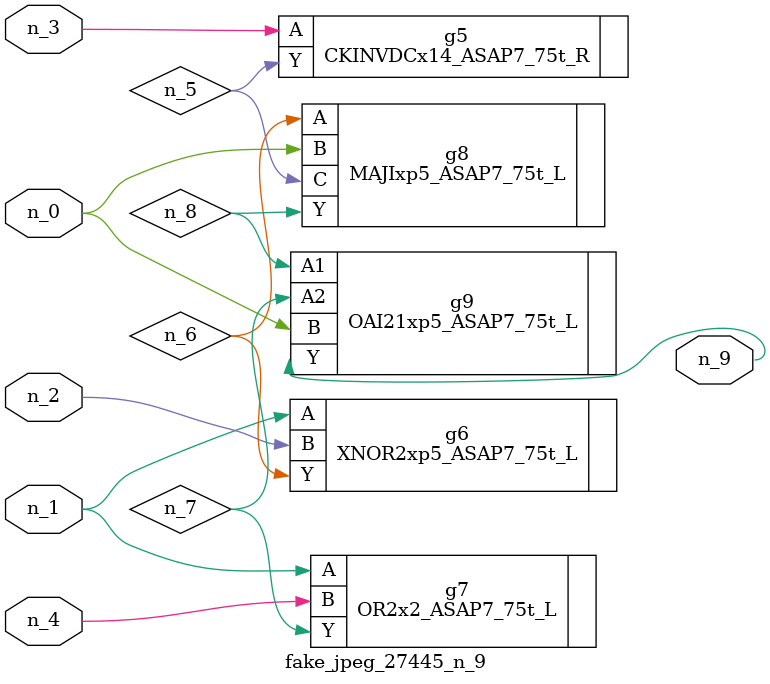
<source format=v>
module fake_jpeg_27445_n_9 (n_3, n_2, n_1, n_0, n_4, n_9);

input n_3;
input n_2;
input n_1;
input n_0;
input n_4;

output n_9;

wire n_8;
wire n_6;
wire n_5;
wire n_7;

CKINVDCx14_ASAP7_75t_R g5 ( 
.A(n_3),
.Y(n_5)
);

XNOR2xp5_ASAP7_75t_L g6 ( 
.A(n_1),
.B(n_2),
.Y(n_6)
);

OR2x2_ASAP7_75t_L g7 ( 
.A(n_1),
.B(n_4),
.Y(n_7)
);

MAJIxp5_ASAP7_75t_L g8 ( 
.A(n_6),
.B(n_0),
.C(n_5),
.Y(n_8)
);

OAI21xp5_ASAP7_75t_L g9 ( 
.A1(n_8),
.A2(n_7),
.B(n_0),
.Y(n_9)
);


endmodule
</source>
